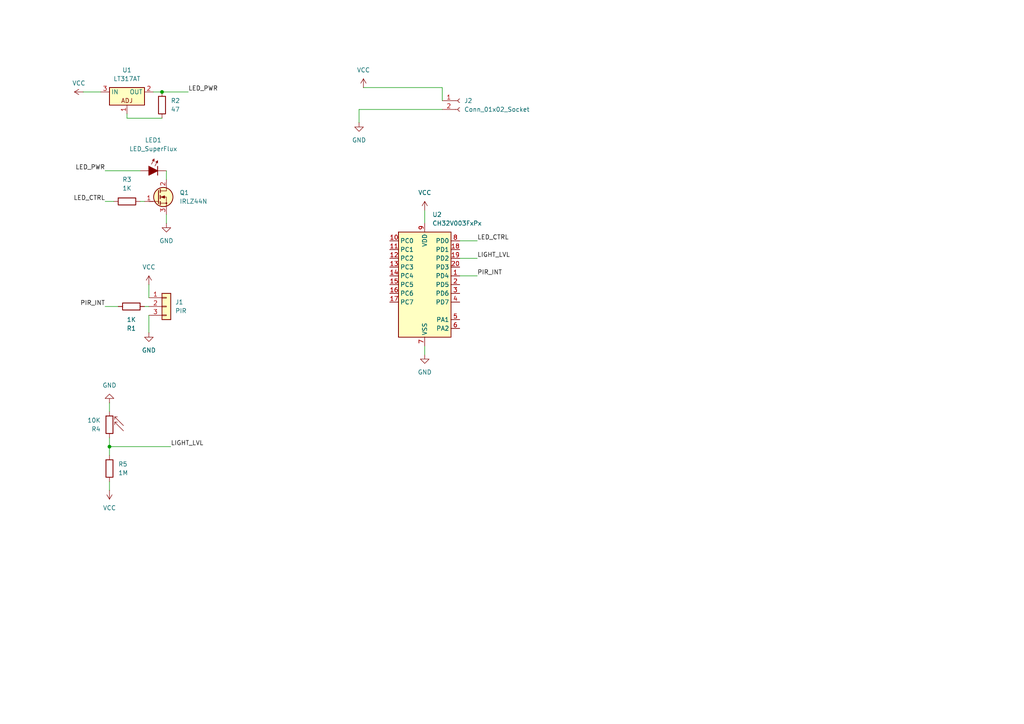
<source format=kicad_sch>
(kicad_sch
	(version 20231120)
	(generator "eeschema")
	(generator_version "8.0")
	(uuid "74a69775-1519-4ff8-af46-6218050bf2ab")
	(paper "A4")
	(lib_symbols
		(symbol "Connector:Conn_01x02_Socket"
			(pin_names
				(offset 1.016) hide)
			(exclude_from_sim no)
			(in_bom yes)
			(on_board yes)
			(property "Reference" "J"
				(at 0 2.54 0)
				(effects
					(font
						(size 1.27 1.27)
					)
				)
			)
			(property "Value" "Conn_01x02_Socket"
				(at 0 -5.08 0)
				(effects
					(font
						(size 1.27 1.27)
					)
				)
			)
			(property "Footprint" ""
				(at 0 0 0)
				(effects
					(font
						(size 1.27 1.27)
					)
					(hide yes)
				)
			)
			(property "Datasheet" "~"
				(at 0 0 0)
				(effects
					(font
						(size 1.27 1.27)
					)
					(hide yes)
				)
			)
			(property "Description" "Generic connector, single row, 01x02, script generated"
				(at 0 0 0)
				(effects
					(font
						(size 1.27 1.27)
					)
					(hide yes)
				)
			)
			(property "ki_locked" ""
				(at 0 0 0)
				(effects
					(font
						(size 1.27 1.27)
					)
				)
			)
			(property "ki_keywords" "connector"
				(at 0 0 0)
				(effects
					(font
						(size 1.27 1.27)
					)
					(hide yes)
				)
			)
			(property "ki_fp_filters" "Connector*:*_1x??_*"
				(at 0 0 0)
				(effects
					(font
						(size 1.27 1.27)
					)
					(hide yes)
				)
			)
			(symbol "Conn_01x02_Socket_1_1"
				(arc
					(start 0 -2.032)
					(mid -0.5058 -2.54)
					(end 0 -3.048)
					(stroke
						(width 0.1524)
						(type default)
					)
					(fill
						(type none)
					)
				)
				(polyline
					(pts
						(xy -1.27 -2.54) (xy -0.508 -2.54)
					)
					(stroke
						(width 0.1524)
						(type default)
					)
					(fill
						(type none)
					)
				)
				(polyline
					(pts
						(xy -1.27 0) (xy -0.508 0)
					)
					(stroke
						(width 0.1524)
						(type default)
					)
					(fill
						(type none)
					)
				)
				(arc
					(start 0 0.508)
					(mid -0.5058 0)
					(end 0 -0.508)
					(stroke
						(width 0.1524)
						(type default)
					)
					(fill
						(type none)
					)
				)
				(pin passive line
					(at -5.08 0 0)
					(length 3.81)
					(name "Pin_1"
						(effects
							(font
								(size 1.27 1.27)
							)
						)
					)
					(number "1"
						(effects
							(font
								(size 1.27 1.27)
							)
						)
					)
				)
				(pin passive line
					(at -5.08 -2.54 0)
					(length 3.81)
					(name "Pin_2"
						(effects
							(font
								(size 1.27 1.27)
							)
						)
					)
					(number "2"
						(effects
							(font
								(size 1.27 1.27)
							)
						)
					)
				)
			)
		)
		(symbol "Connector_Generic:Conn_01x03"
			(pin_names
				(offset 1.016) hide)
			(exclude_from_sim no)
			(in_bom yes)
			(on_board yes)
			(property "Reference" "J"
				(at 0 5.08 0)
				(effects
					(font
						(size 1.27 1.27)
					)
				)
			)
			(property "Value" "Conn_01x03"
				(at 0 -5.08 0)
				(effects
					(font
						(size 1.27 1.27)
					)
				)
			)
			(property "Footprint" ""
				(at 0 0 0)
				(effects
					(font
						(size 1.27 1.27)
					)
					(hide yes)
				)
			)
			(property "Datasheet" "~"
				(at 0 0 0)
				(effects
					(font
						(size 1.27 1.27)
					)
					(hide yes)
				)
			)
			(property "Description" "Generic connector, single row, 01x03, script generated (kicad-library-utils/schlib/autogen/connector/)"
				(at 0 0 0)
				(effects
					(font
						(size 1.27 1.27)
					)
					(hide yes)
				)
			)
			(property "ki_keywords" "connector"
				(at 0 0 0)
				(effects
					(font
						(size 1.27 1.27)
					)
					(hide yes)
				)
			)
			(property "ki_fp_filters" "Connector*:*_1x??_*"
				(at 0 0 0)
				(effects
					(font
						(size 1.27 1.27)
					)
					(hide yes)
				)
			)
			(symbol "Conn_01x03_1_1"
				(rectangle
					(start -1.27 -2.413)
					(end 0 -2.667)
					(stroke
						(width 0.1524)
						(type default)
					)
					(fill
						(type none)
					)
				)
				(rectangle
					(start -1.27 0.127)
					(end 0 -0.127)
					(stroke
						(width 0.1524)
						(type default)
					)
					(fill
						(type none)
					)
				)
				(rectangle
					(start -1.27 2.667)
					(end 0 2.413)
					(stroke
						(width 0.1524)
						(type default)
					)
					(fill
						(type none)
					)
				)
				(rectangle
					(start -1.27 3.81)
					(end 1.27 -3.81)
					(stroke
						(width 0.254)
						(type default)
					)
					(fill
						(type background)
					)
				)
				(pin passive line
					(at -5.08 2.54 0)
					(length 3.81)
					(name "Pin_1"
						(effects
							(font
								(size 1.27 1.27)
							)
						)
					)
					(number "1"
						(effects
							(font
								(size 1.27 1.27)
							)
						)
					)
				)
				(pin passive line
					(at -5.08 0 0)
					(length 3.81)
					(name "Pin_2"
						(effects
							(font
								(size 1.27 1.27)
							)
						)
					)
					(number "2"
						(effects
							(font
								(size 1.27 1.27)
							)
						)
					)
				)
				(pin passive line
					(at -5.08 -2.54 0)
					(length 3.81)
					(name "Pin_3"
						(effects
							(font
								(size 1.27 1.27)
							)
						)
					)
					(number "3"
						(effects
							(font
								(size 1.27 1.27)
							)
						)
					)
				)
			)
		)
		(symbol "Device:R_Photo"
			(pin_numbers hide)
			(pin_names
				(offset 0)
			)
			(exclude_from_sim no)
			(in_bom yes)
			(on_board yes)
			(property "Reference" "R"
				(at 1.27 1.27 0)
				(effects
					(font
						(size 1.27 1.27)
					)
					(justify left)
				)
			)
			(property "Value" "R_Photo"
				(at 1.27 0 0)
				(effects
					(font
						(size 1.27 1.27)
					)
					(justify left top)
				)
			)
			(property "Footprint" ""
				(at 1.27 -6.35 90)
				(effects
					(font
						(size 1.27 1.27)
					)
					(justify left)
					(hide yes)
				)
			)
			(property "Datasheet" "~"
				(at 0 -1.27 0)
				(effects
					(font
						(size 1.27 1.27)
					)
					(hide yes)
				)
			)
			(property "Description" "Photoresistor"
				(at 0 0 0)
				(effects
					(font
						(size 1.27 1.27)
					)
					(hide yes)
				)
			)
			(property "ki_keywords" "resistor variable light sensitive opto LDR"
				(at 0 0 0)
				(effects
					(font
						(size 1.27 1.27)
					)
					(hide yes)
				)
			)
			(property "ki_fp_filters" "*LDR* R?LDR*"
				(at 0 0 0)
				(effects
					(font
						(size 1.27 1.27)
					)
					(hide yes)
				)
			)
			(symbol "R_Photo_0_1"
				(rectangle
					(start -1.016 2.54)
					(end 1.016 -2.54)
					(stroke
						(width 0.254)
						(type default)
					)
					(fill
						(type none)
					)
				)
				(polyline
					(pts
						(xy -1.524 -2.286) (xy -4.064 0.254)
					)
					(stroke
						(width 0)
						(type default)
					)
					(fill
						(type none)
					)
				)
				(polyline
					(pts
						(xy -1.524 -2.286) (xy -2.286 -2.286)
					)
					(stroke
						(width 0)
						(type default)
					)
					(fill
						(type none)
					)
				)
				(polyline
					(pts
						(xy -1.524 -2.286) (xy -1.524 -1.524)
					)
					(stroke
						(width 0)
						(type default)
					)
					(fill
						(type none)
					)
				)
				(polyline
					(pts
						(xy -1.524 -0.762) (xy -4.064 1.778)
					)
					(stroke
						(width 0)
						(type default)
					)
					(fill
						(type none)
					)
				)
				(polyline
					(pts
						(xy -1.524 -0.762) (xy -2.286 -0.762)
					)
					(stroke
						(width 0)
						(type default)
					)
					(fill
						(type none)
					)
				)
				(polyline
					(pts
						(xy -1.524 -0.762) (xy -1.524 0)
					)
					(stroke
						(width 0)
						(type default)
					)
					(fill
						(type none)
					)
				)
			)
			(symbol "R_Photo_1_1"
				(pin passive line
					(at 0 3.81 270)
					(length 1.27)
					(name "~"
						(effects
							(font
								(size 1.27 1.27)
							)
						)
					)
					(number "1"
						(effects
							(font
								(size 1.27 1.27)
							)
						)
					)
				)
				(pin passive line
					(at 0 -3.81 90)
					(length 1.27)
					(name "~"
						(effects
							(font
								(size 1.27 1.27)
							)
						)
					)
					(number "2"
						(effects
							(font
								(size 1.27 1.27)
							)
						)
					)
				)
			)
		)
		(symbol "MCU_WCH_CH32V0:CH32V003FxPx"
			(exclude_from_sim no)
			(in_bom yes)
			(on_board yes)
			(property "Reference" "U"
				(at -7.62 17.78 0)
				(effects
					(font
						(size 1.27 1.27)
					)
				)
			)
			(property "Value" "CH32V003FxPx"
				(at 7.62 17.78 0)
				(effects
					(font
						(size 1.27 1.27)
					)
				)
			)
			(property "Footprint" "Package_SO:TSSOP-20_4.4x6.5mm_P0.65mm"
				(at -1.27 0 0)
				(effects
					(font
						(size 1.27 1.27)
					)
					(hide yes)
				)
			)
			(property "Datasheet" "https://www.wch-ic.com/products/CH32V003.html"
				(at -1.27 0 0)
				(effects
					(font
						(size 1.27 1.27)
					)
					(hide yes)
				)
			)
			(property "Description" "CH32V003 series are industrial-grade general-purpose microcontrollers designed based on 32-bit RISC-V instruction set and architecture. It adopts QingKe V2A core, RV32EC instruction set, and supports 2 levels of interrupt nesting. The series are mounted with rich peripheral interfaces and function modules. Its internal organizational structure meets the low-cost and low-power embedded application scenarios."
				(at 0 0 0)
				(effects
					(font
						(size 1.27 1.27)
					)
					(hide yes)
				)
			)
			(property "ki_keywords" "microcontroller wch RISC-V"
				(at 0 0 0)
				(effects
					(font
						(size 1.27 1.27)
					)
					(hide yes)
				)
			)
			(property "ki_fp_filters" "TSSOP*4.4x6.5mm*P0.65mm*"
				(at 0 0 0)
				(effects
					(font
						(size 1.27 1.27)
					)
					(hide yes)
				)
			)
			(symbol "CH32V003FxPx_1_1"
				(rectangle
					(start -7.62 15.24)
					(end 7.62 -15.24)
					(stroke
						(width 0.254)
						(type default)
					)
					(fill
						(type background)
					)
				)
				(pin bidirectional line
					(at 10.16 2.54 180)
					(length 2.54)
					(name "PD4"
						(effects
							(font
								(size 1.27 1.27)
							)
						)
					)
					(number "1"
						(effects
							(font
								(size 1.27 1.27)
							)
						)
					)
					(alternate "A7" bidirectional line)
					(alternate "OPO" bidirectional line)
					(alternate "T1CH4_3" bidirectional line)
					(alternate "T2CH1ETR" bidirectional line)
					(alternate "TIETR_2" bidirectional line)
					(alternate "UCK" bidirectional line)
				)
				(pin bidirectional line
					(at -10.16 12.7 0)
					(length 2.54)
					(name "PC0"
						(effects
							(font
								(size 1.27 1.27)
							)
						)
					)
					(number "10"
						(effects
							(font
								(size 1.27 1.27)
							)
						)
					)
					(alternate "NSS_1" bidirectional line)
					(alternate "T1CH3_1" bidirectional line)
					(alternate "T2CH3" bidirectional line)
					(alternate "T2CH3_2" bidirectional line)
					(alternate "UTX_3" bidirectional line)
				)
				(pin bidirectional line
					(at -10.16 10.16 0)
					(length 2.54)
					(name "PC1"
						(effects
							(font
								(size 1.27 1.27)
							)
						)
					)
					(number "11"
						(effects
							(font
								(size 1.27 1.27)
							)
						)
					)
					(alternate "NSS" bidirectional line)
					(alternate "SDA" bidirectional line)
					(alternate "T1BKIN_1" bidirectional line)
					(alternate "T1BKIN_3" bidirectional line)
					(alternate "T2CH1ETR_2" bidirectional line)
					(alternate "T2CH1ETR_3" bidirectional line)
					(alternate "T2CH4_1" bidirectional line)
					(alternate "URX_3" bidirectional line)
				)
				(pin bidirectional line
					(at -10.16 7.62 0)
					(length 2.54)
					(name "PC2"
						(effects
							(font
								(size 1.27 1.27)
							)
						)
					)
					(number "12"
						(effects
							(font
								(size 1.27 1.27)
							)
						)
					)
					(alternate "AETR_1" bidirectional line)
					(alternate "SCL" bidirectional line)
					(alternate "T1BKIN" bidirectional line)
					(alternate "T1BKIN_2" bidirectional line)
					(alternate "T1ETR_3" bidirectional line)
					(alternate "T2CH2_1" bidirectional line)
					(alternate "URTS" bidirectional line)
					(alternate "URTS_1" bidirectional line)
				)
				(pin bidirectional line
					(at -10.16 5.08 0)
					(length 2.54)
					(name "PC3"
						(effects
							(font
								(size 1.27 1.27)
							)
						)
					)
					(number "13"
						(effects
							(font
								(size 1.27 1.27)
							)
						)
					)
					(alternate "T1CH1N_1" bidirectional line)
					(alternate "T1CH1N_3" bidirectional line)
					(alternate "T1CH3" bidirectional line)
					(alternate "T1CH3_2" bidirectional line)
					(alternate "UCTS_1" bidirectional line)
				)
				(pin bidirectional line
					(at -10.16 2.54 0)
					(length 2.54)
					(name "PC4"
						(effects
							(font
								(size 1.27 1.27)
							)
						)
					)
					(number "14"
						(effects
							(font
								(size 1.27 1.27)
							)
						)
					)
					(alternate "A2" bidirectional line)
					(alternate "MCO" bidirectional line)
					(alternate "T1CH1_3" bidirectional line)
					(alternate "T1CH2N_1" bidirectional line)
					(alternate "T1CH4" bidirectional line)
					(alternate "T1CH4_2" bidirectional line)
				)
				(pin bidirectional line
					(at -10.16 0 0)
					(length 2.54)
					(name "PC5"
						(effects
							(font
								(size 1.27 1.27)
							)
						)
					)
					(number "15"
						(effects
							(font
								(size 1.27 1.27)
							)
						)
					)
					(alternate "SCK" bidirectional line)
					(alternate "SCK_1" bidirectional line)
					(alternate "SCL_2" bidirectional line)
					(alternate "SCL_3" bidirectional line)
					(alternate "T1CH3_3" bidirectional line)
					(alternate "T1ETR" bidirectional line)
					(alternate "T1ETR_1" bidirectional line)
					(alternate "T2CH1ETR_1" bidirectional line)
					(alternate "UCK_3" bidirectional line)
				)
				(pin bidirectional line
					(at -10.16 -2.54 0)
					(length 2.54)
					(name "PC6"
						(effects
							(font
								(size 1.27 1.27)
							)
						)
					)
					(number "16"
						(effects
							(font
								(size 1.27 1.27)
							)
						)
					)
					(alternate "MOSI" bidirectional line)
					(alternate "MOSI_1" bidirectional line)
					(alternate "SDA_2" bidirectional line)
					(alternate "SDA_3" bidirectional line)
					(alternate "T1CH1_1" bidirectional line)
					(alternate "T1CH3N_3" bidirectional line)
					(alternate "UCTS_2" bidirectional line)
					(alternate "UCTS_3" bidirectional line)
				)
				(pin bidirectional line
					(at -10.16 -5.08 0)
					(length 2.54)
					(name "PC7"
						(effects
							(font
								(size 1.27 1.27)
							)
						)
					)
					(number "17"
						(effects
							(font
								(size 1.27 1.27)
							)
						)
					)
					(alternate "MISO" bidirectional line)
					(alternate "MISO_1" bidirectional line)
					(alternate "T1CH2_1" bidirectional line)
					(alternate "T1CH2_3" bidirectional line)
					(alternate "T2CH2_3" bidirectional line)
					(alternate "URTS_2" bidirectional line)
					(alternate "URTS_3" bidirectional line)
				)
				(pin bidirectional line
					(at 10.16 10.16 180)
					(length 2.54)
					(name "PD1"
						(effects
							(font
								(size 1.27 1.27)
							)
						)
					)
					(number "18"
						(effects
							(font
								(size 1.27 1.27)
							)
						)
					)
					(alternate "AETR2" bidirectional line)
					(alternate "SCL_1" bidirectional line)
					(alternate "SWIO" bidirectional line)
					(alternate "T1CH3N" bidirectional line)
					(alternate "T1CH3N_1" bidirectional line)
					(alternate "T1CH3N_2" bidirectional line)
					(alternate "URX_1" bidirectional line)
				)
				(pin bidirectional line
					(at 10.16 7.62 180)
					(length 2.54)
					(name "PD2"
						(effects
							(font
								(size 1.27 1.27)
							)
						)
					)
					(number "19"
						(effects
							(font
								(size 1.27 1.27)
							)
						)
					)
					(alternate "A3" bidirectional line)
					(alternate "T1CH1" bidirectional line)
					(alternate "T1CH1_2" bidirectional line)
					(alternate "T1CH2N_3" bidirectional line)
					(alternate "T2CH3_1" bidirectional line)
				)
				(pin bidirectional line
					(at 10.16 0 180)
					(length 2.54)
					(name "PD5"
						(effects
							(font
								(size 1.27 1.27)
							)
						)
					)
					(number "2"
						(effects
							(font
								(size 1.27 1.27)
							)
						)
					)
					(alternate "A5" bidirectional line)
					(alternate "T2CH4_3" bidirectional line)
					(alternate "URX_2" bidirectional line)
					(alternate "UTX" bidirectional line)
				)
				(pin bidirectional line
					(at 10.16 5.08 180)
					(length 2.54)
					(name "PD3"
						(effects
							(font
								(size 1.27 1.27)
							)
						)
					)
					(number "20"
						(effects
							(font
								(size 1.27 1.27)
							)
						)
					)
					(alternate "A4" bidirectional line)
					(alternate "AETR" bidirectional line)
					(alternate "T1CH4_1" bidirectional line)
					(alternate "T2CH2" bidirectional line)
					(alternate "T2CH2_2" bidirectional line)
					(alternate "UCTS" bidirectional line)
				)
				(pin bidirectional line
					(at 10.16 -2.54 180)
					(length 2.54)
					(name "PD6"
						(effects
							(font
								(size 1.27 1.27)
							)
						)
					)
					(number "3"
						(effects
							(font
								(size 1.27 1.27)
							)
						)
					)
					(alternate "A6" bidirectional line)
					(alternate "T2CH3_3" bidirectional line)
					(alternate "URX" bidirectional line)
					(alternate "UTX_2" bidirectional line)
				)
				(pin bidirectional line
					(at 10.16 -5.08 180)
					(length 2.54)
					(name "PD7"
						(effects
							(font
								(size 1.27 1.27)
							)
						)
					)
					(number "4"
						(effects
							(font
								(size 1.27 1.27)
							)
						)
					)
					(alternate "NRST" bidirectional line)
					(alternate "OPP1" bidirectional line)
					(alternate "T2CH4" bidirectional line)
					(alternate "T2CH4_2" bidirectional line)
					(alternate "UCK_1" bidirectional line)
					(alternate "UCK_2" bidirectional line)
				)
				(pin bidirectional line
					(at 10.16 -10.16 180)
					(length 2.54)
					(name "PA1"
						(effects
							(font
								(size 1.27 1.27)
							)
						)
					)
					(number "5"
						(effects
							(font
								(size 1.27 1.27)
							)
						)
					)
					(alternate "A1" bidirectional line)
					(alternate "OPN0" bidirectional line)
					(alternate "OSCI" bidirectional line)
					(alternate "T1CH2" bidirectional line)
					(alternate "T1CH2_2" bidirectional line)
				)
				(pin bidirectional line
					(at 10.16 -12.7 180)
					(length 2.54)
					(name "PA2"
						(effects
							(font
								(size 1.27 1.27)
							)
						)
					)
					(number "6"
						(effects
							(font
								(size 1.27 1.27)
							)
						)
					)
					(alternate "A0" bidirectional line)
					(alternate "AETR2_1" bidirectional line)
					(alternate "OPP0" bidirectional line)
					(alternate "OSCO" bidirectional line)
					(alternate "TICH2N" bidirectional line)
					(alternate "TICH2N_2" bidirectional line)
				)
				(pin power_in line
					(at 0 -17.78 90)
					(length 2.54)
					(name "VSS"
						(effects
							(font
								(size 1.27 1.27)
							)
						)
					)
					(number "7"
						(effects
							(font
								(size 1.27 1.27)
							)
						)
					)
				)
				(pin bidirectional line
					(at 10.16 12.7 180)
					(length 2.54)
					(name "PD0"
						(effects
							(font
								(size 1.27 1.27)
							)
						)
					)
					(number "8"
						(effects
							(font
								(size 1.27 1.27)
							)
						)
					)
					(alternate "OPN1" bidirectional line)
					(alternate "SDA_1" bidirectional line)
					(alternate "TICH1N" bidirectional line)
					(alternate "TICH1N_2" bidirectional line)
					(alternate "UTX_1" bidirectional line)
				)
				(pin power_in line
					(at 0 17.78 270)
					(length 2.54)
					(name "VDD"
						(effects
							(font
								(size 1.27 1.27)
							)
						)
					)
					(number "9"
						(effects
							(font
								(size 1.27 1.27)
							)
						)
					)
				)
			)
		)
		(symbol "PCM_LED_AKL:LED_SuperFlux"
			(pin_numbers hide)
			(pin_names
				(offset 1.016) hide)
			(exclude_from_sim no)
			(in_bom yes)
			(on_board yes)
			(property "Reference" "LED"
				(at 0 7.62 0)
				(effects
					(font
						(size 1.27 1.27)
					)
				)
			)
			(property "Value" "LED_SuperFlux"
				(at 0 5.08 0)
				(effects
					(font
						(size 1.27 1.27)
					)
				)
			)
			(property "Footprint" "PCM_LED_THT_AKL:LED_SuperFlux"
				(at 0 0 0)
				(effects
					(font
						(size 1.27 1.27)
					)
					(hide yes)
				)
			)
			(property "Datasheet" "~"
				(at 0 0 0)
				(effects
					(font
						(size 1.27 1.27)
					)
					(hide yes)
				)
			)
			(property "Description" "LED, Generic Super Flux THT, Alternate KiCad Library"
				(at 0 0 0)
				(effects
					(font
						(size 1.27 1.27)
					)
					(hide yes)
				)
			)
			(property "ki_keywords" "LED diode super flux tht"
				(at 0 0 0)
				(effects
					(font
						(size 1.27 1.27)
					)
					(hide yes)
				)
			)
			(property "ki_fp_filters" "LED* LED_SMD:* LED_THT:*"
				(at 0 0 0)
				(effects
					(font
						(size 1.27 1.27)
					)
					(hide yes)
				)
			)
			(symbol "LED_SuperFlux_0_1"
				(polyline
					(pts
						(xy -0.508 1.905) (xy 0.254 3.429)
					)
					(stroke
						(width 0.1524)
						(type default)
					)
					(fill
						(type none)
					)
				)
				(polyline
					(pts
						(xy 0 2.921) (xy -0.254 3.048)
					)
					(stroke
						(width 0.1524)
						(type default)
					)
					(fill
						(type none)
					)
				)
				(polyline
					(pts
						(xy 0 2.921) (xy 0.254 2.794)
					)
					(stroke
						(width 0.1524)
						(type default)
					)
					(fill
						(type none)
					)
				)
				(polyline
					(pts
						(xy 0.508 1.397) (xy 1.27 2.921)
					)
					(stroke
						(width 0.1524)
						(type default)
					)
					(fill
						(type none)
					)
				)
				(polyline
					(pts
						(xy 1.016 2.413) (xy 0.762 2.54)
					)
					(stroke
						(width 0.1524)
						(type default)
					)
					(fill
						(type none)
					)
				)
				(polyline
					(pts
						(xy 1.016 2.413) (xy 1.27 2.286)
					)
					(stroke
						(width 0.1524)
						(type default)
					)
					(fill
						(type none)
					)
				)
				(polyline
					(pts
						(xy 1.27 0) (xy -1.27 0)
					)
					(stroke
						(width 0)
						(type default)
					)
					(fill
						(type none)
					)
				)
				(polyline
					(pts
						(xy 1.27 1.27) (xy 1.27 -1.27)
					)
					(stroke
						(width 0.254)
						(type default)
					)
					(fill
						(type none)
					)
				)
				(polyline
					(pts
						(xy -1.27 1.27) (xy -1.27 -1.27) (xy 1.27 0) (xy -1.27 1.27)
					)
					(stroke
						(width 0.254)
						(type default)
					)
					(fill
						(type outline)
					)
				)
				(polyline
					(pts
						(xy 0.254 2.794) (xy -0.254 3.048) (xy 0.254 3.429) (xy 0.254 2.794)
					)
					(stroke
						(width 0.1524)
						(type default)
					)
					(fill
						(type outline)
					)
				)
				(polyline
					(pts
						(xy 1.27 2.286) (xy 0.762 2.54) (xy 1.27 2.921) (xy 1.27 2.286)
					)
					(stroke
						(width 0.1524)
						(type default)
					)
					(fill
						(type outline)
					)
				)
			)
			(symbol "LED_SuperFlux_0_2"
				(polyline
					(pts
						(xy -2.54 -2.54) (xy 2.54 2.54)
					)
					(stroke
						(width 0)
						(type default)
					)
					(fill
						(type none)
					)
				)
				(polyline
					(pts
						(xy -1.651 0.889) (xy -2.159 2.413)
					)
					(stroke
						(width 0)
						(type default)
					)
					(fill
						(type none)
					)
				)
				(polyline
					(pts
						(xy -0.508 1.27) (xy -1.016 2.794)
					)
					(stroke
						(width 0)
						(type default)
					)
					(fill
						(type none)
					)
				)
				(polyline
					(pts
						(xy 0 1.778) (xy 1.778 0)
					)
					(stroke
						(width 0.254)
						(type default)
					)
					(fill
						(type none)
					)
				)
				(polyline
					(pts
						(xy -2.159 2.413) (xy -2.286 1.778) (xy -1.6764 1.9812) (xy -2.159 2.413)
					)
					(stroke
						(width 0)
						(type default)
					)
					(fill
						(type outline)
					)
				)
				(polyline
					(pts
						(xy -1.016 2.794) (xy -1.143 2.159) (xy -0.5334 2.3622) (xy -1.016 2.794)
					)
					(stroke
						(width 0)
						(type default)
					)
					(fill
						(type outline)
					)
				)
				(polyline
					(pts
						(xy -0.889 -0.889) (xy -1.778 0) (xy 0.889 0.889) (xy 0 -1.778) (xy -0.889 -0.889)
					)
					(stroke
						(width 0.254)
						(type default)
					)
					(fill
						(type outline)
					)
				)
			)
			(symbol "LED_SuperFlux_1_1"
				(pin passive line
					(at 3.81 0 180)
					(length 2.54)
					(name "K"
						(effects
							(font
								(size 1.27 1.27)
							)
						)
					)
					(number "1"
						(effects
							(font
								(size 1.27 1.27)
							)
						)
					)
				)
				(pin passive line
					(at -3.81 0 0)
					(length 2.54)
					(name "A"
						(effects
							(font
								(size 1.27 1.27)
							)
						)
					)
					(number "2"
						(effects
							(font
								(size 1.27 1.27)
							)
						)
					)
				)
			)
			(symbol "LED_SuperFlux_1_2"
				(pin passive line
					(at 2.54 2.54 180)
					(length 0)
					(name "K"
						(effects
							(font
								(size 1.27 1.27)
							)
						)
					)
					(number "1"
						(effects
							(font
								(size 1.27 1.27)
							)
						)
					)
				)
				(pin passive line
					(at -2.54 -2.54 0)
					(length 0)
					(name "A"
						(effects
							(font
								(size 1.27 1.27)
							)
						)
					)
					(number "2"
						(effects
							(font
								(size 1.27 1.27)
							)
						)
					)
				)
			)
		)
		(symbol "PCM_Resistor_AKL:R_DIN0207_P2.54mm"
			(pin_numbers hide)
			(pin_names
				(offset 0)
			)
			(exclude_from_sim no)
			(in_bom yes)
			(on_board yes)
			(property "Reference" "R"
				(at 2.54 1.27 0)
				(effects
					(font
						(size 1.27 1.27)
					)
					(justify left)
				)
			)
			(property "Value" "R_DIN0207_P2.54mm"
				(at 2.54 -1.27 0)
				(effects
					(font
						(size 1.27 1.27)
					)
					(justify left)
				)
			)
			(property "Footprint" "PCM_Resistor_THT_AKL:R_Axial_DIN0207_L6.3mm_D2.5mm_P2.54mm_Vertical"
				(at 0 -11.43 0)
				(effects
					(font
						(size 1.27 1.27)
					)
					(hide yes)
				)
			)
			(property "Datasheet" "~"
				(at 0 0 0)
				(effects
					(font
						(size 1.27 1.27)
					)
					(hide yes)
				)
			)
			(property "Description" "THT 0207 Resistor, 2.54mm Pin Pitch, European Symbol, Alternate KiCad Library"
				(at 0 0 0)
				(effects
					(font
						(size 1.27 1.27)
					)
					(hide yes)
				)
			)
			(property "ki_keywords" "R res resistor eu tht 2.54mm 0207"
				(at 0 0 0)
				(effects
					(font
						(size 1.27 1.27)
					)
					(hide yes)
				)
			)
			(property "ki_fp_filters" "R_*"
				(at 0 0 0)
				(effects
					(font
						(size 1.27 1.27)
					)
					(hide yes)
				)
			)
			(symbol "R_DIN0207_P2.54mm_0_1"
				(rectangle
					(start -1.016 2.54)
					(end 1.016 -2.54)
					(stroke
						(width 0.254)
						(type default)
					)
					(fill
						(type none)
					)
				)
			)
			(symbol "R_DIN0207_P2.54mm_0_2"
				(polyline
					(pts
						(xy -2.54 -2.54) (xy -1.524 -1.524)
					)
					(stroke
						(width 0)
						(type default)
					)
					(fill
						(type none)
					)
				)
				(polyline
					(pts
						(xy 1.524 1.524) (xy 2.54 2.54)
					)
					(stroke
						(width 0)
						(type default)
					)
					(fill
						(type none)
					)
				)
				(polyline
					(pts
						(xy 1.524 1.524) (xy 0.889 2.159) (xy -2.159 -0.889) (xy -0.889 -2.159) (xy 2.159 0.889) (xy 1.524 1.524)
					)
					(stroke
						(width 0.254)
						(type default)
					)
					(fill
						(type none)
					)
				)
			)
			(symbol "R_DIN0207_P2.54mm_1_1"
				(pin passive line
					(at 0 3.81 270)
					(length 1.27)
					(name "~"
						(effects
							(font
								(size 1.27 1.27)
							)
						)
					)
					(number "1"
						(effects
							(font
								(size 1.27 1.27)
							)
						)
					)
				)
				(pin passive line
					(at 0 -3.81 90)
					(length 1.27)
					(name "~"
						(effects
							(font
								(size 1.27 1.27)
							)
						)
					)
					(number "2"
						(effects
							(font
								(size 1.27 1.27)
							)
						)
					)
				)
			)
			(symbol "R_DIN0207_P2.54mm_1_2"
				(pin passive line
					(at 2.54 2.54 180)
					(length 0)
					(name ""
						(effects
							(font
								(size 1.27 1.27)
							)
						)
					)
					(number "1"
						(effects
							(font
								(size 1.27 1.27)
							)
						)
					)
				)
				(pin passive line
					(at -2.54 -2.54 0)
					(length 0)
					(name ""
						(effects
							(font
								(size 1.27 1.27)
							)
						)
					)
					(number "2"
						(effects
							(font
								(size 1.27 1.27)
							)
						)
					)
				)
			)
		)
		(symbol "PCM_Transistor_MOSFET_AKL:IRLZ44N"
			(pin_names hide)
			(exclude_from_sim no)
			(in_bom yes)
			(on_board yes)
			(property "Reference" "Q"
				(at 5.08 1.27 0)
				(effects
					(font
						(size 1.27 1.27)
					)
					(justify left)
				)
			)
			(property "Value" "IRLZ44N"
				(at 5.08 -1.27 0)
				(effects
					(font
						(size 1.27 1.27)
					)
					(justify left)
				)
			)
			(property "Footprint" "PCM_Package_TO_SOT_THT_AKL:TO-220-3_Vertical_GDS"
				(at 5.08 2.54 0)
				(effects
					(font
						(size 1.27 1.27)
					)
					(hide yes)
				)
			)
			(property "Datasheet" "https://www.tme.eu/Document/71cf1899624764088671ce6de5d15eb4/irlz44n.pdf"
				(at 0 0 0)
				(effects
					(font
						(size 1.27 1.27)
					)
					(hide yes)
				)
			)
			(property "Description" "TO-220 N-MOSFET enchancement mode transistor, 55V, 47A, 110W, Alternate KiCAD Library"
				(at 0 0 0)
				(effects
					(font
						(size 1.27 1.27)
					)
					(hide yes)
				)
			)
			(property "ki_keywords" "enchancement mosfet nmosfet n-mosfet nmos n-mos emos emosfet IRLZ44N"
				(at 0 0 0)
				(effects
					(font
						(size 1.27 1.27)
					)
					(hide yes)
				)
			)
			(symbol "IRLZ44N_0_1"
				(polyline
					(pts
						(xy 0.254 -1.27) (xy -2.54 -1.27)
					)
					(stroke
						(width 0)
						(type default)
					)
					(fill
						(type none)
					)
				)
				(polyline
					(pts
						(xy 0.254 1.905) (xy 0.254 -1.905)
					)
					(stroke
						(width 0.254)
						(type default)
					)
					(fill
						(type none)
					)
				)
				(polyline
					(pts
						(xy 0.762 -1.778) (xy 2.54 -1.778)
					)
					(stroke
						(width 0)
						(type default)
					)
					(fill
						(type none)
					)
				)
				(polyline
					(pts
						(xy 0.762 -1.27) (xy 0.762 -2.286)
					)
					(stroke
						(width 0.254)
						(type default)
					)
					(fill
						(type none)
					)
				)
				(polyline
					(pts
						(xy 0.762 0.508) (xy 0.762 -0.508)
					)
					(stroke
						(width 0.254)
						(type default)
					)
					(fill
						(type none)
					)
				)
				(polyline
					(pts
						(xy 0.762 2.286) (xy 0.762 1.27)
					)
					(stroke
						(width 0.254)
						(type default)
					)
					(fill
						(type none)
					)
				)
				(polyline
					(pts
						(xy 2.54 1.778) (xy 0.762 1.778)
					)
					(stroke
						(width 0)
						(type default)
					)
					(fill
						(type none)
					)
				)
				(polyline
					(pts
						(xy 2.54 2.54) (xy 2.54 1.778)
					)
					(stroke
						(width 0)
						(type default)
					)
					(fill
						(type none)
					)
				)
				(polyline
					(pts
						(xy 2.54 -2.54) (xy 2.54 0) (xy 0.762 0)
					)
					(stroke
						(width 0)
						(type default)
					)
					(fill
						(type none)
					)
				)
				(polyline
					(pts
						(xy 1.016 0) (xy 2.032 0.381) (xy 2.032 -0.381) (xy 1.016 0)
					)
					(stroke
						(width 0)
						(type default)
					)
					(fill
						(type outline)
					)
				)
				(circle
					(center 1.651 0)
					(radius 2.794)
					(stroke
						(width 0.254)
						(type default)
					)
					(fill
						(type background)
					)
				)
				(circle
					(center 2.54 -1.778)
					(radius 0.1778)
					(stroke
						(width 0)
						(type default)
					)
					(fill
						(type outline)
					)
				)
			)
			(symbol "IRLZ44N_1_1"
				(pin input line
					(at -3.81 -1.27 0)
					(length 2.54)
					(name "G"
						(effects
							(font
								(size 1.27 1.27)
							)
						)
					)
					(number "1"
						(effects
							(font
								(size 1.27 1.27)
							)
						)
					)
				)
				(pin passive line
					(at 2.54 5.08 270)
					(length 2.54)
					(name "D"
						(effects
							(font
								(size 1.27 1.27)
							)
						)
					)
					(number "2"
						(effects
							(font
								(size 1.27 1.27)
							)
						)
					)
				)
				(pin passive line
					(at 2.54 -5.08 90)
					(length 2.54)
					(name "S"
						(effects
							(font
								(size 1.27 1.27)
							)
						)
					)
					(number "3"
						(effects
							(font
								(size 1.27 1.27)
							)
						)
					)
				)
			)
		)
		(symbol "PCM_Voltage_Regulator_AKL:LT317AT"
			(exclude_from_sim no)
			(in_bom yes)
			(on_board yes)
			(property "Reference" "U"
				(at 0 6.35 0)
				(effects
					(font
						(size 1.27 1.27)
					)
				)
			)
			(property "Value" "LT317AT"
				(at 0 3.81 0)
				(effects
					(font
						(size 1.27 1.27)
					)
				)
			)
			(property "Footprint" "PCM_Package_TO_SOT_THT_AKL:TO-220-3_Vertical"
				(at 0 0 0)
				(effects
					(font
						(size 1.27 1.27)
					)
					(hide yes)
				)
			)
			(property "Datasheet" "https://www.analog.com/media/en/technical-documentation/data-sheets/lt0117.pdf"
				(at 0 0 0)
				(effects
					(font
						(size 1.27 1.27)
					)
					(hide yes)
				)
			)
			(property "Description" "TO-220 1.5A Adjustable Voltage Regulator, Alternate KiCad Library"
				(at 0 0 0)
				(effects
					(font
						(size 1.27 1.27)
					)
					(hide yes)
				)
			)
			(property "ki_keywords" "1.5A adjustable voltage regulator vreg pmic power supply 3-terminal"
				(at 0 0 0)
				(effects
					(font
						(size 1.27 1.27)
					)
					(hide yes)
				)
			)
			(symbol "LT317AT_0_0"
				(rectangle
					(start -5.08 1.27)
					(end 5.08 -3.81)
					(stroke
						(width 0.254)
						(type default)
					)
					(fill
						(type background)
					)
				)
				(text "ADJ"
					(at 0 -2.54 0)
					(effects
						(font
							(size 1.27 1.27)
						)
					)
				)
			)
			(symbol "LT317AT_1_1"
				(pin passive line
					(at 0 -6.35 90)
					(length 2.54)
					(name "~"
						(effects
							(font
								(size 1.27 1.27)
							)
						)
					)
					(number "1"
						(effects
							(font
								(size 1.27 1.27)
							)
						)
					)
				)
				(pin power_out line
					(at 7.62 0 180)
					(length 2.54)
					(name "OUT"
						(effects
							(font
								(size 1.27 1.27)
							)
						)
					)
					(number "2"
						(effects
							(font
								(size 1.27 1.27)
							)
						)
					)
				)
				(pin power_in line
					(at -7.62 0 0)
					(length 2.54)
					(name "IN"
						(effects
							(font
								(size 1.27 1.27)
							)
						)
					)
					(number "3"
						(effects
							(font
								(size 1.27 1.27)
							)
						)
					)
				)
			)
		)
		(symbol "power:GND"
			(power)
			(pin_numbers hide)
			(pin_names
				(offset 0) hide)
			(exclude_from_sim no)
			(in_bom yes)
			(on_board yes)
			(property "Reference" "#PWR"
				(at 0 -6.35 0)
				(effects
					(font
						(size 1.27 1.27)
					)
					(hide yes)
				)
			)
			(property "Value" "GND"
				(at 0 -3.81 0)
				(effects
					(font
						(size 1.27 1.27)
					)
				)
			)
			(property "Footprint" ""
				(at 0 0 0)
				(effects
					(font
						(size 1.27 1.27)
					)
					(hide yes)
				)
			)
			(property "Datasheet" ""
				(at 0 0 0)
				(effects
					(font
						(size 1.27 1.27)
					)
					(hide yes)
				)
			)
			(property "Description" "Power symbol creates a global label with name \"GND\" , ground"
				(at 0 0 0)
				(effects
					(font
						(size 1.27 1.27)
					)
					(hide yes)
				)
			)
			(property "ki_keywords" "global power"
				(at 0 0 0)
				(effects
					(font
						(size 1.27 1.27)
					)
					(hide yes)
				)
			)
			(symbol "GND_0_1"
				(polyline
					(pts
						(xy 0 0) (xy 0 -1.27) (xy 1.27 -1.27) (xy 0 -2.54) (xy -1.27 -1.27) (xy 0 -1.27)
					)
					(stroke
						(width 0)
						(type default)
					)
					(fill
						(type none)
					)
				)
			)
			(symbol "GND_1_1"
				(pin power_in line
					(at 0 0 270)
					(length 0)
					(name "~"
						(effects
							(font
								(size 1.27 1.27)
							)
						)
					)
					(number "1"
						(effects
							(font
								(size 1.27 1.27)
							)
						)
					)
				)
			)
		)
		(symbol "power:VCC"
			(power)
			(pin_numbers hide)
			(pin_names
				(offset 0) hide)
			(exclude_from_sim no)
			(in_bom yes)
			(on_board yes)
			(property "Reference" "#PWR"
				(at 0 -3.81 0)
				(effects
					(font
						(size 1.27 1.27)
					)
					(hide yes)
				)
			)
			(property "Value" "VCC"
				(at 0 3.556 0)
				(effects
					(font
						(size 1.27 1.27)
					)
				)
			)
			(property "Footprint" ""
				(at 0 0 0)
				(effects
					(font
						(size 1.27 1.27)
					)
					(hide yes)
				)
			)
			(property "Datasheet" ""
				(at 0 0 0)
				(effects
					(font
						(size 1.27 1.27)
					)
					(hide yes)
				)
			)
			(property "Description" "Power symbol creates a global label with name \"VCC\""
				(at 0 0 0)
				(effects
					(font
						(size 1.27 1.27)
					)
					(hide yes)
				)
			)
			(property "ki_keywords" "global power"
				(at 0 0 0)
				(effects
					(font
						(size 1.27 1.27)
					)
					(hide yes)
				)
			)
			(symbol "VCC_0_1"
				(polyline
					(pts
						(xy -0.762 1.27) (xy 0 2.54)
					)
					(stroke
						(width 0)
						(type default)
					)
					(fill
						(type none)
					)
				)
				(polyline
					(pts
						(xy 0 0) (xy 0 2.54)
					)
					(stroke
						(width 0)
						(type default)
					)
					(fill
						(type none)
					)
				)
				(polyline
					(pts
						(xy 0 2.54) (xy 0.762 1.27)
					)
					(stroke
						(width 0)
						(type default)
					)
					(fill
						(type none)
					)
				)
			)
			(symbol "VCC_1_1"
				(pin power_in line
					(at 0 0 90)
					(length 0)
					(name "~"
						(effects
							(font
								(size 1.27 1.27)
							)
						)
					)
					(number "1"
						(effects
							(font
								(size 1.27 1.27)
							)
						)
					)
				)
			)
		)
	)
	(junction
		(at 46.99 26.67)
		(diameter 0)
		(color 0 0 0 0)
		(uuid "13b66908-71ff-4ed5-bc83-c2b9206682ec")
	)
	(junction
		(at 31.75 129.54)
		(diameter 0)
		(color 0 0 0 0)
		(uuid "74c97d2a-9750-4140-8334-9a826ec24556")
	)
	(wire
		(pts
			(xy 33.02 58.42) (xy 30.48 58.42)
		)
		(stroke
			(width 0)
			(type default)
		)
		(uuid "0703cef7-df9a-436c-9152-79845c08ca31")
	)
	(wire
		(pts
			(xy 128.27 31.75) (xy 104.14 31.75)
		)
		(stroke
			(width 0)
			(type default)
		)
		(uuid "0b678ad4-ea07-468d-bb89-f206fe0ead00")
	)
	(wire
		(pts
			(xy 30.48 49.53) (xy 40.64 49.53)
		)
		(stroke
			(width 0)
			(type default)
		)
		(uuid "16204c3e-6e5b-4eee-a51c-1ec7b5a03b4f")
	)
	(wire
		(pts
			(xy 24.13 26.67) (xy 29.21 26.67)
		)
		(stroke
			(width 0)
			(type default)
		)
		(uuid "16b6f3db-3bf5-42c8-a8a7-ebed697f92be")
	)
	(wire
		(pts
			(xy 123.19 60.96) (xy 123.19 64.77)
		)
		(stroke
			(width 0)
			(type default)
		)
		(uuid "24f131e4-d8d2-4b06-ade9-d7c5db2fa6cf")
	)
	(wire
		(pts
			(xy 44.45 26.67) (xy 46.99 26.67)
		)
		(stroke
			(width 0)
			(type default)
		)
		(uuid "290c970c-e641-413d-84c7-19da29f44a57")
	)
	(wire
		(pts
			(xy 105.41 25.4) (xy 128.27 25.4)
		)
		(stroke
			(width 0)
			(type default)
		)
		(uuid "29d4fdd8-48d1-4d6f-8df9-956cd2ca7f0d")
	)
	(wire
		(pts
			(xy 104.14 31.75) (xy 104.14 35.56)
		)
		(stroke
			(width 0)
			(type default)
		)
		(uuid "29d90a5b-72dd-43c3-96cd-c4c12aba3761")
	)
	(wire
		(pts
			(xy 43.18 82.55) (xy 43.18 86.36)
		)
		(stroke
			(width 0)
			(type default)
		)
		(uuid "2a962a12-f834-42fc-8125-279736dded05")
	)
	(wire
		(pts
			(xy 31.75 139.7) (xy 31.75 142.24)
		)
		(stroke
			(width 0)
			(type default)
		)
		(uuid "2c54403f-df32-4608-85b7-127ca125cbec")
	)
	(wire
		(pts
			(xy 31.75 129.54) (xy 31.75 127)
		)
		(stroke
			(width 0)
			(type default)
		)
		(uuid "380cc6b6-b584-4ead-ac28-d064c23db674")
	)
	(wire
		(pts
			(xy 128.27 25.4) (xy 128.27 29.21)
		)
		(stroke
			(width 0)
			(type default)
		)
		(uuid "556a89a5-ff68-4709-a5cb-d40634a303f9")
	)
	(wire
		(pts
			(xy 48.26 64.77) (xy 48.26 62.23)
		)
		(stroke
			(width 0)
			(type default)
		)
		(uuid "66cc02d6-32f9-413c-a051-acada13a4d53")
	)
	(wire
		(pts
			(xy 46.99 26.67) (xy 54.61 26.67)
		)
		(stroke
			(width 0)
			(type default)
		)
		(uuid "68eaed41-10f0-4387-a376-199dcf6e4478")
	)
	(wire
		(pts
			(xy 133.35 69.85) (xy 138.43 69.85)
		)
		(stroke
			(width 0)
			(type default)
		)
		(uuid "71bb3e4c-ed08-40e3-bfcc-9d8bbcc4c1a2")
	)
	(wire
		(pts
			(xy 34.29 88.9) (xy 30.48 88.9)
		)
		(stroke
			(width 0)
			(type default)
		)
		(uuid "73742390-012e-4223-8d5f-99d7d0df5c17")
	)
	(wire
		(pts
			(xy 48.26 49.53) (xy 48.26 52.07)
		)
		(stroke
			(width 0)
			(type default)
		)
		(uuid "7cee000f-dba6-41a8-832f-5ec7938778fb")
	)
	(wire
		(pts
			(xy 133.35 74.93) (xy 138.43 74.93)
		)
		(stroke
			(width 0)
			(type default)
		)
		(uuid "9884792e-d24b-4a2b-afad-fd42d77eeef1")
	)
	(wire
		(pts
			(xy 36.83 34.29) (xy 36.83 33.02)
		)
		(stroke
			(width 0)
			(type default)
		)
		(uuid "99634f26-b690-4c95-97f3-6943e8cb557c")
	)
	(wire
		(pts
			(xy 31.75 119.38) (xy 31.75 116.84)
		)
		(stroke
			(width 0)
			(type default)
		)
		(uuid "a7c2ee1e-5e8e-4f53-9690-fe4dc198da3d")
	)
	(wire
		(pts
			(xy 40.64 58.42) (xy 41.91 58.42)
		)
		(stroke
			(width 0)
			(type default)
		)
		(uuid "b4dc66d6-6b5a-43ee-abd3-484d3b471035")
	)
	(wire
		(pts
			(xy 43.18 91.44) (xy 43.18 96.52)
		)
		(stroke
			(width 0)
			(type default)
		)
		(uuid "c0b5de77-f1d7-464d-9a84-ccec3814904d")
	)
	(wire
		(pts
			(xy 43.18 88.9) (xy 41.91 88.9)
		)
		(stroke
			(width 0)
			(type default)
		)
		(uuid "c0d38b8f-4051-4786-a005-07ae5cc2a2e7")
	)
	(wire
		(pts
			(xy 49.53 129.54) (xy 31.75 129.54)
		)
		(stroke
			(width 0)
			(type default)
		)
		(uuid "c17265b1-133d-451d-921b-a6b7bcc96670")
	)
	(wire
		(pts
			(xy 133.35 80.01) (xy 138.43 80.01)
		)
		(stroke
			(width 0)
			(type default)
		)
		(uuid "c68c696e-b44f-4763-b575-cea5ece8e250")
	)
	(wire
		(pts
			(xy 31.75 129.54) (xy 31.75 132.08)
		)
		(stroke
			(width 0)
			(type default)
		)
		(uuid "e01b3476-44bb-4b2a-9d04-9b3614109301")
	)
	(wire
		(pts
			(xy 46.99 34.29) (xy 36.83 34.29)
		)
		(stroke
			(width 0)
			(type default)
		)
		(uuid "e5267e76-1780-4b7c-8f29-eab862689775")
	)
	(wire
		(pts
			(xy 123.19 100.33) (xy 123.19 102.87)
		)
		(stroke
			(width 0)
			(type default)
		)
		(uuid "fb6ae21c-b2e8-4d56-a1bb-75f379a5c6c7")
	)
	(label "PIR_INT"
		(at 30.48 88.9 180)
		(fields_autoplaced yes)
		(effects
			(font
				(size 1.27 1.27)
			)
			(justify right bottom)
		)
		(uuid "02d0cc4e-1cb0-4f81-a4f3-3d3dad6df9c8")
	)
	(label "LED_CTRL"
		(at 30.48 58.42 180)
		(fields_autoplaced yes)
		(effects
			(font
				(size 1.27 1.27)
			)
			(justify right bottom)
		)
		(uuid "039857d2-5a53-41a7-894c-15524c0a281e")
	)
	(label "LED_PWR"
		(at 54.61 26.67 0)
		(fields_autoplaced yes)
		(effects
			(font
				(size 1.27 1.27)
			)
			(justify left bottom)
		)
		(uuid "070959d2-c397-492d-87ba-bcd814044adb")
	)
	(label "LIGHT_LVL"
		(at 138.43 74.93 0)
		(fields_autoplaced yes)
		(effects
			(font
				(size 1.27 1.27)
			)
			(justify left bottom)
		)
		(uuid "67a6d5cf-558e-4ce2-9c79-21f4b66a98ec")
	)
	(label "PIR_INT"
		(at 138.43 80.01 0)
		(fields_autoplaced yes)
		(effects
			(font
				(size 1.27 1.27)
			)
			(justify left bottom)
		)
		(uuid "9b8ee7d9-5509-4118-bebd-3feec3206e7d")
	)
	(label "LED_CTRL"
		(at 138.43 69.85 0)
		(fields_autoplaced yes)
		(effects
			(font
				(size 1.27 1.27)
			)
			(justify left bottom)
		)
		(uuid "a23ce191-d631-4472-9344-3d465f53b787")
	)
	(label "LIGHT_LVL"
		(at 49.53 129.54 0)
		(fields_autoplaced yes)
		(effects
			(font
				(size 1.27 1.27)
			)
			(justify left bottom)
		)
		(uuid "e051ada5-1df7-49d6-b222-13e36ca8cbdf")
	)
	(label "LED_PWR"
		(at 30.48 49.53 180)
		(fields_autoplaced yes)
		(effects
			(font
				(size 1.27 1.27)
			)
			(justify right bottom)
		)
		(uuid "f31074e4-1925-413b-b058-b95417c35740")
	)
	(symbol
		(lib_id "power:GND")
		(at 48.26 64.77 0)
		(unit 1)
		(exclude_from_sim no)
		(in_bom yes)
		(on_board yes)
		(dnp no)
		(fields_autoplaced yes)
		(uuid "004f4d83-a71d-4572-8ade-0345f0714d62")
		(property "Reference" "#PWR01"
			(at 48.26 71.12 0)
			(effects
				(font
					(size 1.27 1.27)
				)
				(hide yes)
			)
		)
		(property "Value" "GND"
			(at 48.26 69.85 0)
			(effects
				(font
					(size 1.27 1.27)
				)
			)
		)
		(property "Footprint" ""
			(at 48.26 64.77 0)
			(effects
				(font
					(size 1.27 1.27)
				)
				(hide yes)
			)
		)
		(property "Datasheet" ""
			(at 48.26 64.77 0)
			(effects
				(font
					(size 1.27 1.27)
				)
				(hide yes)
			)
		)
		(property "Description" "Power symbol creates a global label with name \"GND\" , ground"
			(at 48.26 64.77 0)
			(effects
				(font
					(size 1.27 1.27)
				)
				(hide yes)
			)
		)
		(pin "1"
			(uuid "1a35def0-a0ac-46da-870d-1b1dfc71c65e")
		)
		(instances
			(project ""
				(path "/74a69775-1519-4ff8-af46-6218050bf2ab"
					(reference "#PWR01")
					(unit 1)
				)
			)
		)
	)
	(symbol
		(lib_id "power:VCC")
		(at 123.19 60.96 0)
		(unit 1)
		(exclude_from_sim no)
		(in_bom yes)
		(on_board yes)
		(dnp no)
		(uuid "16975c38-ab2d-42a0-82e9-570a7a54ae36")
		(property "Reference" "#PWR05"
			(at 123.19 64.77 0)
			(effects
				(font
					(size 1.27 1.27)
				)
				(hide yes)
			)
		)
		(property "Value" "VCC"
			(at 123.19 55.88 0)
			(effects
				(font
					(size 1.27 1.27)
				)
			)
		)
		(property "Footprint" ""
			(at 123.19 60.96 0)
			(effects
				(font
					(size 1.27 1.27)
				)
				(hide yes)
			)
		)
		(property "Datasheet" ""
			(at 123.19 60.96 0)
			(effects
				(font
					(size 1.27 1.27)
				)
				(hide yes)
			)
		)
		(property "Description" "Power symbol creates a global label with name \"VCC\""
			(at 123.19 60.96 0)
			(effects
				(font
					(size 1.27 1.27)
				)
				(hide yes)
			)
		)
		(pin "1"
			(uuid "e8dabde3-0d8f-4105-a339-ed2b344010df")
		)
		(instances
			(project "wc-led"
				(path "/74a69775-1519-4ff8-af46-6218050bf2ab"
					(reference "#PWR05")
					(unit 1)
				)
			)
		)
	)
	(symbol
		(lib_id "power:GND")
		(at 43.18 96.52 0)
		(unit 1)
		(exclude_from_sim no)
		(in_bom yes)
		(on_board yes)
		(dnp no)
		(fields_autoplaced yes)
		(uuid "252a4f93-9259-40ed-afe6-eb51b3d3a6b7")
		(property "Reference" "#PWR04"
			(at 43.18 102.87 0)
			(effects
				(font
					(size 1.27 1.27)
				)
				(hide yes)
			)
		)
		(property "Value" "GND"
			(at 43.18 101.6 0)
			(effects
				(font
					(size 1.27 1.27)
				)
			)
		)
		(property "Footprint" ""
			(at 43.18 96.52 0)
			(effects
				(font
					(size 1.27 1.27)
				)
				(hide yes)
			)
		)
		(property "Datasheet" ""
			(at 43.18 96.52 0)
			(effects
				(font
					(size 1.27 1.27)
				)
				(hide yes)
			)
		)
		(property "Description" "Power symbol creates a global label with name \"GND\" , ground"
			(at 43.18 96.52 0)
			(effects
				(font
					(size 1.27 1.27)
				)
				(hide yes)
			)
		)
		(pin "1"
			(uuid "47d902a8-4788-4ee0-bbb8-b38769b60345")
		)
		(instances
			(project "wc-led"
				(path "/74a69775-1519-4ff8-af46-6218050bf2ab"
					(reference "#PWR04")
					(unit 1)
				)
			)
		)
	)
	(symbol
		(lib_id "power:GND")
		(at 31.75 116.84 180)
		(unit 1)
		(exclude_from_sim no)
		(in_bom yes)
		(on_board yes)
		(dnp no)
		(fields_autoplaced yes)
		(uuid "2ad91193-1112-4d52-912d-752d05400f9d")
		(property "Reference" "#PWR08"
			(at 31.75 110.49 0)
			(effects
				(font
					(size 1.27 1.27)
				)
				(hide yes)
			)
		)
		(property "Value" "GND"
			(at 31.75 111.76 0)
			(effects
				(font
					(size 1.27 1.27)
				)
			)
		)
		(property "Footprint" ""
			(at 31.75 116.84 0)
			(effects
				(font
					(size 1.27 1.27)
				)
				(hide yes)
			)
		)
		(property "Datasheet" ""
			(at 31.75 116.84 0)
			(effects
				(font
					(size 1.27 1.27)
				)
				(hide yes)
			)
		)
		(property "Description" "Power symbol creates a global label with name \"GND\" , ground"
			(at 31.75 116.84 0)
			(effects
				(font
					(size 1.27 1.27)
				)
				(hide yes)
			)
		)
		(pin "1"
			(uuid "c33758f2-c008-4fc9-9282-63a16f8939fc")
		)
		(instances
			(project "wc-led"
				(path "/74a69775-1519-4ff8-af46-6218050bf2ab"
					(reference "#PWR08")
					(unit 1)
				)
			)
		)
	)
	(symbol
		(lib_id "PCM_Resistor_AKL:R_DIN0207_P2.54mm")
		(at 38.1 88.9 270)
		(unit 1)
		(exclude_from_sim no)
		(in_bom yes)
		(on_board yes)
		(dnp no)
		(fields_autoplaced yes)
		(uuid "323d4c6a-5713-4481-83fb-b6f84a4fbfd9")
		(property "Reference" "R1"
			(at 38.1 95.25 90)
			(effects
				(font
					(size 1.27 1.27)
				)
			)
		)
		(property "Value" "1K"
			(at 38.1 92.71 90)
			(effects
				(font
					(size 1.27 1.27)
				)
			)
		)
		(property "Footprint" "PCM_Resistor_THT_AKL:R_Axial_DIN0207_L6.3mm_D2.5mm_P2.54mm_Vertical"
			(at 26.67 88.9 0)
			(effects
				(font
					(size 1.27 1.27)
				)
				(hide yes)
			)
		)
		(property "Datasheet" "~"
			(at 38.1 88.9 0)
			(effects
				(font
					(size 1.27 1.27)
				)
				(hide yes)
			)
		)
		(property "Description" "THT 0207 Resistor, 2.54mm Pin Pitch, European Symbol, Alternate KiCad Library"
			(at 38.1 88.9 0)
			(effects
				(font
					(size 1.27 1.27)
				)
				(hide yes)
			)
		)
		(pin "1"
			(uuid "0f4f48a4-e76f-497b-92f5-5efe27daccd1")
		)
		(pin "2"
			(uuid "53efe8ac-fbc3-4f36-8412-878a76591b76")
		)
		(instances
			(project ""
				(path "/74a69775-1519-4ff8-af46-6218050bf2ab"
					(reference "R1")
					(unit 1)
				)
			)
		)
	)
	(symbol
		(lib_id "PCM_Transistor_MOSFET_AKL:IRLZ44N")
		(at 45.72 57.15 0)
		(unit 1)
		(exclude_from_sim no)
		(in_bom yes)
		(on_board yes)
		(dnp no)
		(fields_autoplaced yes)
		(uuid "37ac410c-e447-46de-9b3f-1b979052f43d")
		(property "Reference" "Q1"
			(at 52.07 55.8799 0)
			(effects
				(font
					(size 1.27 1.27)
				)
				(justify left)
			)
		)
		(property "Value" "IRLZ44N"
			(at 52.07 58.4199 0)
			(effects
				(font
					(size 1.27 1.27)
				)
				(justify left)
			)
		)
		(property "Footprint" "PCM_Package_TO_SOT_THT_AKL:TO-220-3_Vertical_GDS"
			(at 50.8 54.61 0)
			(effects
				(font
					(size 1.27 1.27)
				)
				(hide yes)
			)
		)
		(property "Datasheet" "https://www.tme.eu/Document/71cf1899624764088671ce6de5d15eb4/irlz44n.pdf"
			(at 45.72 57.15 0)
			(effects
				(font
					(size 1.27 1.27)
				)
				(hide yes)
			)
		)
		(property "Description" "TO-220 N-MOSFET enchancement mode transistor, 55V, 47A, 110W, Alternate KiCAD Library"
			(at 45.72 57.15 0)
			(effects
				(font
					(size 1.27 1.27)
				)
				(hide yes)
			)
		)
		(pin "1"
			(uuid "3e7b803a-5ce1-4a86-bb55-545545c67510")
		)
		(pin "3"
			(uuid "99dc1096-2dff-41e9-acc2-625796384460")
		)
		(pin "2"
			(uuid "088889c3-3aa6-4786-8805-9ef923a66f01")
		)
		(instances
			(project ""
				(path "/74a69775-1519-4ff8-af46-6218050bf2ab"
					(reference "Q1")
					(unit 1)
				)
			)
		)
	)
	(symbol
		(lib_id "power:VCC")
		(at 105.41 25.4 0)
		(unit 1)
		(exclude_from_sim no)
		(in_bom yes)
		(on_board yes)
		(dnp no)
		(uuid "47592e58-c6ae-40a8-8c85-e8148486d6fb")
		(property "Reference" "#PWR09"
			(at 105.41 29.21 0)
			(effects
				(font
					(size 1.27 1.27)
				)
				(hide yes)
			)
		)
		(property "Value" "VCC"
			(at 105.41 20.32 0)
			(effects
				(font
					(size 1.27 1.27)
				)
			)
		)
		(property "Footprint" ""
			(at 105.41 25.4 0)
			(effects
				(font
					(size 1.27 1.27)
				)
				(hide yes)
			)
		)
		(property "Datasheet" ""
			(at 105.41 25.4 0)
			(effects
				(font
					(size 1.27 1.27)
				)
				(hide yes)
			)
		)
		(property "Description" "Power symbol creates a global label with name \"VCC\""
			(at 105.41 25.4 0)
			(effects
				(font
					(size 1.27 1.27)
				)
				(hide yes)
			)
		)
		(pin "1"
			(uuid "19b08397-a53b-4942-8353-93b74c68dd21")
		)
		(instances
			(project "wc-led"
				(path "/74a69775-1519-4ff8-af46-6218050bf2ab"
					(reference "#PWR09")
					(unit 1)
				)
			)
		)
	)
	(symbol
		(lib_id "PCM_Voltage_Regulator_AKL:LT317AT")
		(at 36.83 26.67 0)
		(unit 1)
		(exclude_from_sim no)
		(in_bom yes)
		(on_board yes)
		(dnp no)
		(fields_autoplaced yes)
		(uuid "4beeae2b-7512-4ec9-8e6d-13d914814df1")
		(property "Reference" "U1"
			(at 36.83 20.32 0)
			(effects
				(font
					(size 1.27 1.27)
				)
			)
		)
		(property "Value" "LT317AT"
			(at 36.83 22.86 0)
			(effects
				(font
					(size 1.27 1.27)
				)
			)
		)
		(property "Footprint" "PCM_Package_TO_SOT_THT_AKL:TO-220-3_Vertical"
			(at 36.83 26.67 0)
			(effects
				(font
					(size 1.27 1.27)
				)
				(hide yes)
			)
		)
		(property "Datasheet" "https://www.analog.com/media/en/technical-documentation/data-sheets/lt0117.pdf"
			(at 36.83 26.67 0)
			(effects
				(font
					(size 1.27 1.27)
				)
				(hide yes)
			)
		)
		(property "Description" "TO-220 1.5A Adjustable Voltage Regulator, Alternate KiCad Library"
			(at 36.83 26.67 0)
			(effects
				(font
					(size 1.27 1.27)
				)
				(hide yes)
			)
		)
		(pin "3"
			(uuid "3b3d3f68-caa1-4cca-aeca-f8b05e56c1fb")
		)
		(pin "1"
			(uuid "87b546ec-ced7-44b1-98ad-7ca587e6a585")
		)
		(pin "2"
			(uuid "4e648d13-097f-4d77-866c-37db598e5972")
		)
		(instances
			(project ""
				(path "/74a69775-1519-4ff8-af46-6218050bf2ab"
					(reference "U1")
					(unit 1)
				)
			)
		)
	)
	(symbol
		(lib_id "PCM_Resistor_AKL:R_DIN0207_P2.54mm")
		(at 36.83 58.42 90)
		(unit 1)
		(exclude_from_sim no)
		(in_bom yes)
		(on_board yes)
		(dnp no)
		(fields_autoplaced yes)
		(uuid "525bad5d-d694-406b-8f2f-af7113538bd0")
		(property "Reference" "R3"
			(at 36.83 52.07 90)
			(effects
				(font
					(size 1.27 1.27)
				)
			)
		)
		(property "Value" "1K"
			(at 36.83 54.61 90)
			(effects
				(font
					(size 1.27 1.27)
				)
			)
		)
		(property "Footprint" "PCM_Resistor_THT_AKL:R_Axial_DIN0207_L6.3mm_D2.5mm_P2.54mm_Vertical"
			(at 48.26 58.42 0)
			(effects
				(font
					(size 1.27 1.27)
				)
				(hide yes)
			)
		)
		(property "Datasheet" "~"
			(at 36.83 58.42 0)
			(effects
				(font
					(size 1.27 1.27)
				)
				(hide yes)
			)
		)
		(property "Description" "THT 0207 Resistor, 2.54mm Pin Pitch, European Symbol, Alternate KiCad Library"
			(at 36.83 58.42 0)
			(effects
				(font
					(size 1.27 1.27)
				)
				(hide yes)
			)
		)
		(pin "1"
			(uuid "727f16ea-63e8-423d-99af-925570ea92c7")
		)
		(pin "2"
			(uuid "f8b596b4-d42e-4f61-9833-3593da097c68")
		)
		(instances
			(project "wc-led"
				(path "/74a69775-1519-4ff8-af46-6218050bf2ab"
					(reference "R3")
					(unit 1)
				)
			)
		)
	)
	(symbol
		(lib_id "power:VCC")
		(at 31.75 142.24 180)
		(unit 1)
		(exclude_from_sim no)
		(in_bom yes)
		(on_board yes)
		(dnp no)
		(fields_autoplaced yes)
		(uuid "6f21032d-797b-4220-9c25-784aa4f4e5d7")
		(property "Reference" "#PWR07"
			(at 31.75 138.43 0)
			(effects
				(font
					(size 1.27 1.27)
				)
				(hide yes)
			)
		)
		(property "Value" "VCC"
			(at 31.75 147.32 0)
			(effects
				(font
					(size 1.27 1.27)
				)
			)
		)
		(property "Footprint" ""
			(at 31.75 142.24 0)
			(effects
				(font
					(size 1.27 1.27)
				)
				(hide yes)
			)
		)
		(property "Datasheet" ""
			(at 31.75 142.24 0)
			(effects
				(font
					(size 1.27 1.27)
				)
				(hide yes)
			)
		)
		(property "Description" "Power symbol creates a global label with name \"VCC\""
			(at 31.75 142.24 0)
			(effects
				(font
					(size 1.27 1.27)
				)
				(hide yes)
			)
		)
		(pin "1"
			(uuid "d462f11e-28b5-46f0-8be1-0faad1d0938b")
		)
		(instances
			(project "wc-led"
				(path "/74a69775-1519-4ff8-af46-6218050bf2ab"
					(reference "#PWR07")
					(unit 1)
				)
			)
		)
	)
	(symbol
		(lib_id "Device:R_Photo")
		(at 31.75 123.19 180)
		(unit 1)
		(exclude_from_sim no)
		(in_bom yes)
		(on_board yes)
		(dnp no)
		(fields_autoplaced yes)
		(uuid "a4fd6b9c-3d22-484b-9cb8-aab06d1da8ce")
		(property "Reference" "R4"
			(at 29.21 124.4601 0)
			(effects
				(font
					(size 1.27 1.27)
				)
				(justify left)
			)
		)
		(property "Value" "10K"
			(at 29.21 121.9201 0)
			(effects
				(font
					(size 1.27 1.27)
				)
				(justify left)
			)
		)
		(property "Footprint" "OptoDevice:R_LDR_D6.4mm_P3.4mm_Vertical"
			(at 30.48 116.84 90)
			(effects
				(font
					(size 1.27 1.27)
				)
				(justify left)
				(hide yes)
			)
		)
		(property "Datasheet" "~"
			(at 31.75 121.92 0)
			(effects
				(font
					(size 1.27 1.27)
				)
				(hide yes)
			)
		)
		(property "Description" "Photoresistor"
			(at 31.75 123.19 0)
			(effects
				(font
					(size 1.27 1.27)
				)
				(hide yes)
			)
		)
		(pin "2"
			(uuid "30643629-1624-406e-baea-72184002eb8b")
		)
		(pin "1"
			(uuid "c6e4b543-1680-48e4-9b1e-94296c965d2e")
		)
		(instances
			(project ""
				(path "/74a69775-1519-4ff8-af46-6218050bf2ab"
					(reference "R4")
					(unit 1)
				)
			)
		)
	)
	(symbol
		(lib_id "Connector:Conn_01x02_Socket")
		(at 133.35 29.21 0)
		(unit 1)
		(exclude_from_sim no)
		(in_bom yes)
		(on_board yes)
		(dnp no)
		(fields_autoplaced yes)
		(uuid "acdcd536-d176-4e2b-a006-ab44e76a3da3")
		(property "Reference" "J2"
			(at 134.62 29.2099 0)
			(effects
				(font
					(size 1.27 1.27)
				)
				(justify left)
			)
		)
		(property "Value" "Conn_01x02_Socket"
			(at 134.62 31.7499 0)
			(effects
				(font
					(size 1.27 1.27)
				)
				(justify left)
			)
		)
		(property "Footprint" "Connector_JST:JST_XH_B2B-XH-A_1x02_P2.50mm_Vertical"
			(at 133.35 29.21 0)
			(effects
				(font
					(size 1.27 1.27)
				)
				(hide yes)
			)
		)
		(property "Datasheet" "~"
			(at 133.35 29.21 0)
			(effects
				(font
					(size 1.27 1.27)
				)
				(hide yes)
			)
		)
		(property "Description" "Generic connector, single row, 01x02, script generated"
			(at 133.35 29.21 0)
			(effects
				(font
					(size 1.27 1.27)
				)
				(hide yes)
			)
		)
		(pin "2"
			(uuid "26d39935-5227-4f7f-aa3c-0249885dcb50")
		)
		(pin "1"
			(uuid "5bccba58-7b7f-46cd-8d98-93fa7bda86d1")
		)
		(instances
			(project ""
				(path "/74a69775-1519-4ff8-af46-6218050bf2ab"
					(reference "J2")
					(unit 1)
				)
			)
		)
	)
	(symbol
		(lib_id "power:GND")
		(at 123.19 102.87 0)
		(unit 1)
		(exclude_from_sim no)
		(in_bom yes)
		(on_board yes)
		(dnp no)
		(fields_autoplaced yes)
		(uuid "ad577fab-c6a7-437a-9606-02c1bb0522c8")
		(property "Reference" "#PWR06"
			(at 123.19 109.22 0)
			(effects
				(font
					(size 1.27 1.27)
				)
				(hide yes)
			)
		)
		(property "Value" "GND"
			(at 123.19 107.95 0)
			(effects
				(font
					(size 1.27 1.27)
				)
			)
		)
		(property "Footprint" ""
			(at 123.19 102.87 0)
			(effects
				(font
					(size 1.27 1.27)
				)
				(hide yes)
			)
		)
		(property "Datasheet" ""
			(at 123.19 102.87 0)
			(effects
				(font
					(size 1.27 1.27)
				)
				(hide yes)
			)
		)
		(property "Description" "Power symbol creates a global label with name \"GND\" , ground"
			(at 123.19 102.87 0)
			(effects
				(font
					(size 1.27 1.27)
				)
				(hide yes)
			)
		)
		(pin "1"
			(uuid "a1b234ee-a9ce-4aad-89ed-dd1e8dd65fe7")
		)
		(instances
			(project "wc-led"
				(path "/74a69775-1519-4ff8-af46-6218050bf2ab"
					(reference "#PWR06")
					(unit 1)
				)
			)
		)
	)
	(symbol
		(lib_id "Connector_Generic:Conn_01x03")
		(at 48.26 88.9 0)
		(unit 1)
		(exclude_from_sim no)
		(in_bom yes)
		(on_board yes)
		(dnp no)
		(fields_autoplaced yes)
		(uuid "ce853846-95e6-4101-abe5-10c09ef6c0be")
		(property "Reference" "J1"
			(at 50.8 87.6299 0)
			(effects
				(font
					(size 1.27 1.27)
				)
				(justify left)
			)
		)
		(property "Value" "PIR"
			(at 50.8 90.1699 0)
			(effects
				(font
					(size 1.27 1.27)
				)
				(justify left)
			)
		)
		(property "Footprint" ""
			(at 48.26 88.9 0)
			(effects
				(font
					(size 1.27 1.27)
				)
				(hide yes)
			)
		)
		(property "Datasheet" "~"
			(at 48.26 88.9 0)
			(effects
				(font
					(size 1.27 1.27)
				)
				(hide yes)
			)
		)
		(property "Description" "Generic connector, single row, 01x03, script generated (kicad-library-utils/schlib/autogen/connector/)"
			(at 48.26 88.9 0)
			(effects
				(font
					(size 1.27 1.27)
				)
				(hide yes)
			)
		)
		(pin "1"
			(uuid "0b812689-99fd-4ae9-9690-a8343fe64bfa")
		)
		(pin "3"
			(uuid "0a4336c5-d5e8-4eb9-9712-de3bf3e71e83")
		)
		(pin "2"
			(uuid "5ee18585-9985-4679-a228-ed52a6e3f8dd")
		)
		(instances
			(project ""
				(path "/74a69775-1519-4ff8-af46-6218050bf2ab"
					(reference "J1")
					(unit 1)
				)
			)
		)
	)
	(symbol
		(lib_id "PCM_Resistor_AKL:R_DIN0207_P2.54mm")
		(at 31.75 135.89 0)
		(unit 1)
		(exclude_from_sim no)
		(in_bom yes)
		(on_board yes)
		(dnp no)
		(fields_autoplaced yes)
		(uuid "d6e22903-1e83-4e2d-b4dc-9acf2b334289")
		(property "Reference" "R5"
			(at 34.29 134.6199 0)
			(effects
				(font
					(size 1.27 1.27)
				)
				(justify left)
			)
		)
		(property "Value" "1M"
			(at 34.29 137.1599 0)
			(effects
				(font
					(size 1.27 1.27)
				)
				(justify left)
			)
		)
		(property "Footprint" "PCM_Resistor_THT_AKL:R_Axial_DIN0207_L6.3mm_D2.5mm_P2.54mm_Vertical"
			(at 31.75 147.32 0)
			(effects
				(font
					(size 1.27 1.27)
				)
				(hide yes)
			)
		)
		(property "Datasheet" "~"
			(at 31.75 135.89 0)
			(effects
				(font
					(size 1.27 1.27)
				)
				(hide yes)
			)
		)
		(property "Description" "THT 0207 Resistor, 2.54mm Pin Pitch, European Symbol, Alternate KiCad Library"
			(at 31.75 135.89 0)
			(effects
				(font
					(size 1.27 1.27)
				)
				(hide yes)
			)
		)
		(pin "1"
			(uuid "5fbc3b7a-5fe9-4ff6-b845-bef9836be541")
		)
		(pin "2"
			(uuid "38b7a783-a660-4d2d-96d3-5e793080db65")
		)
		(instances
			(project "wc-led"
				(path "/74a69775-1519-4ff8-af46-6218050bf2ab"
					(reference "R5")
					(unit 1)
				)
			)
		)
	)
	(symbol
		(lib_id "power:VCC")
		(at 43.18 82.55 0)
		(unit 1)
		(exclude_from_sim no)
		(in_bom yes)
		(on_board yes)
		(dnp no)
		(fields_autoplaced yes)
		(uuid "d777968b-aa6e-4f66-bacf-dcb106fb5d13")
		(property "Reference" "#PWR03"
			(at 43.18 86.36 0)
			(effects
				(font
					(size 1.27 1.27)
				)
				(hide yes)
			)
		)
		(property "Value" "VCC"
			(at 43.18 77.47 0)
			(effects
				(font
					(size 1.27 1.27)
				)
			)
		)
		(property "Footprint" ""
			(at 43.18 82.55 0)
			(effects
				(font
					(size 1.27 1.27)
				)
				(hide yes)
			)
		)
		(property "Datasheet" ""
			(at 43.18 82.55 0)
			(effects
				(font
					(size 1.27 1.27)
				)
				(hide yes)
			)
		)
		(property "Description" "Power symbol creates a global label with name \"VCC\""
			(at 43.18 82.55 0)
			(effects
				(font
					(size 1.27 1.27)
				)
				(hide yes)
			)
		)
		(pin "1"
			(uuid "e62e81c5-57ae-429b-8196-35d7470dd102")
		)
		(instances
			(project "wc-led"
				(path "/74a69775-1519-4ff8-af46-6218050bf2ab"
					(reference "#PWR03")
					(unit 1)
				)
			)
		)
	)
	(symbol
		(lib_id "PCM_LED_AKL:LED_SuperFlux")
		(at 44.45 49.53 0)
		(unit 1)
		(exclude_from_sim no)
		(in_bom yes)
		(on_board yes)
		(dnp no)
		(fields_autoplaced yes)
		(uuid "dadc1ae9-eea0-4da4-9695-6b3184fc35ff")
		(property "Reference" "LED1"
			(at 44.45 40.64 0)
			(effects
				(font
					(size 1.27 1.27)
				)
			)
		)
		(property "Value" "LED_SuperFlux"
			(at 44.45 43.18 0)
			(effects
				(font
					(size 1.27 1.27)
				)
			)
		)
		(property "Footprint" "PCM_LED_THT_AKL:LED_SuperFlux"
			(at 44.45 49.53 0)
			(effects
				(font
					(size 1.27 1.27)
				)
				(hide yes)
			)
		)
		(property "Datasheet" "~"
			(at 44.45 49.53 0)
			(effects
				(font
					(size 1.27 1.27)
				)
				(hide yes)
			)
		)
		(property "Description" "LED, Generic Super Flux THT, Alternate KiCad Library"
			(at 44.45 49.53 0)
			(effects
				(font
					(size 1.27 1.27)
				)
				(hide yes)
			)
		)
		(pin "1"
			(uuid "71af9a99-0ee8-436a-b360-844a25e53dc2")
		)
		(pin "2"
			(uuid "99acaaa8-b42d-4131-88a1-75c68c23b213")
		)
		(instances
			(project ""
				(path "/74a69775-1519-4ff8-af46-6218050bf2ab"
					(reference "LED1")
					(unit 1)
				)
			)
		)
	)
	(symbol
		(lib_id "power:GND")
		(at 104.14 35.56 0)
		(unit 1)
		(exclude_from_sim no)
		(in_bom yes)
		(on_board yes)
		(dnp no)
		(fields_autoplaced yes)
		(uuid "e269f1fd-23f9-459b-a45b-d0d8bcb70576")
		(property "Reference" "#PWR010"
			(at 104.14 41.91 0)
			(effects
				(font
					(size 1.27 1.27)
				)
				(hide yes)
			)
		)
		(property "Value" "GND"
			(at 104.14 40.64 0)
			(effects
				(font
					(size 1.27 1.27)
				)
			)
		)
		(property "Footprint" ""
			(at 104.14 35.56 0)
			(effects
				(font
					(size 1.27 1.27)
				)
				(hide yes)
			)
		)
		(property "Datasheet" ""
			(at 104.14 35.56 0)
			(effects
				(font
					(size 1.27 1.27)
				)
				(hide yes)
			)
		)
		(property "Description" "Power symbol creates a global label with name \"GND\" , ground"
			(at 104.14 35.56 0)
			(effects
				(font
					(size 1.27 1.27)
				)
				(hide yes)
			)
		)
		(pin "1"
			(uuid "714cf9a4-de36-49b3-b5e8-55af38673ad3")
		)
		(instances
			(project "wc-led"
				(path "/74a69775-1519-4ff8-af46-6218050bf2ab"
					(reference "#PWR010")
					(unit 1)
				)
			)
		)
	)
	(symbol
		(lib_id "PCM_Resistor_AKL:R_DIN0207_P2.54mm")
		(at 46.99 30.48 0)
		(unit 1)
		(exclude_from_sim no)
		(in_bom yes)
		(on_board yes)
		(dnp no)
		(fields_autoplaced yes)
		(uuid "ef0b0a90-4565-4c1d-8dd1-1363a5c2afdc")
		(property "Reference" "R2"
			(at 49.53 29.2099 0)
			(effects
				(font
					(size 1.27 1.27)
				)
				(justify left)
			)
		)
		(property "Value" "47"
			(at 49.53 31.7499 0)
			(effects
				(font
					(size 1.27 1.27)
				)
				(justify left)
			)
		)
		(property "Footprint" "PCM_Resistor_THT_AKL:R_Axial_DIN0207_L6.3mm_D2.5mm_P2.54mm_Vertical"
			(at 46.99 41.91 0)
			(effects
				(font
					(size 1.27 1.27)
				)
				(hide yes)
			)
		)
		(property "Datasheet" "~"
			(at 46.99 30.48 0)
			(effects
				(font
					(size 1.27 1.27)
				)
				(hide yes)
			)
		)
		(property "Description" "THT 0207 Resistor, 2.54mm Pin Pitch, European Symbol, Alternate KiCad Library"
			(at 46.99 30.48 0)
			(effects
				(font
					(size 1.27 1.27)
				)
				(hide yes)
			)
		)
		(pin "1"
			(uuid "96700a98-d133-493b-9a1b-2a37b298f019")
		)
		(pin "2"
			(uuid "b4122264-e1ea-42b8-af14-ae0926f2d4a6")
		)
		(instances
			(project "wc-led"
				(path "/74a69775-1519-4ff8-af46-6218050bf2ab"
					(reference "R2")
					(unit 1)
				)
			)
		)
	)
	(symbol
		(lib_id "MCU_WCH_CH32V0:CH32V003FxPx")
		(at 123.19 82.55 0)
		(unit 1)
		(exclude_from_sim no)
		(in_bom yes)
		(on_board yes)
		(dnp no)
		(fields_autoplaced yes)
		(uuid "f0714127-d28c-4659-8a37-f526caea7787")
		(property "Reference" "U2"
			(at 125.3841 62.23 0)
			(effects
				(font
					(size 1.27 1.27)
				)
				(justify left)
			)
		)
		(property "Value" "CH32V003FxPx"
			(at 125.3841 64.77 0)
			(effects
				(font
					(size 1.27 1.27)
				)
				(justify left)
			)
		)
		(property "Footprint" "Package_DIP:DIP-20_W7.62mm"
			(at 121.92 82.55 0)
			(effects
				(font
					(size 1.27 1.27)
				)
				(hide yes)
			)
		)
		(property "Datasheet" "https://www.wch-ic.com/products/CH32V003.html"
			(at 121.92 82.55 0)
			(effects
				(font
					(size 1.27 1.27)
				)
				(hide yes)
			)
		)
		(property "Description" "CH32V003 series are industrial-grade general-purpose microcontrollers designed based on 32-bit RISC-V instruction set and architecture. It adopts QingKe V2A core, RV32EC instruction set, and supports 2 levels of interrupt nesting. The series are mounted with rich peripheral interfaces and function modules. Its internal organizational structure meets the low-cost and low-power embedded application scenarios."
			(at 123.19 82.55 0)
			(effects
				(font
					(size 1.27 1.27)
				)
				(hide yes)
			)
		)
		(pin "9"
			(uuid "127e0b57-3a04-4a21-8146-98556cfcd00e")
		)
		(pin "1"
			(uuid "ba4f6c9b-9b67-4d72-8333-18c9ee6a3196")
		)
		(pin "5"
			(uuid "4be4ffc8-93d7-49da-97d9-8ac83a9534e0")
		)
		(pin "19"
			(uuid "0f3357b7-e4d1-4ac0-a1d5-f59e18de1b0d")
		)
		(pin "14"
			(uuid "ac82a4fd-2dc7-446f-9bc2-39f4bfc24218")
		)
		(pin "7"
			(uuid "5c18a792-c8c8-4caa-83f2-61dc50d0c1a4")
		)
		(pin "10"
			(uuid "929e5de4-7fa6-435b-89df-f18e263df006")
		)
		(pin "6"
			(uuid "69215642-9bd7-4ed8-8191-6cbb1ea91ba7")
		)
		(pin "15"
			(uuid "8219ac49-d982-4d63-8bf8-5e726d88d73c")
		)
		(pin "2"
			(uuid "46098785-8e16-459e-99de-3d5ba2a06de7")
		)
		(pin "18"
			(uuid "bba2c2a7-4d5d-4e25-b8e3-37eeceda8eb1")
		)
		(pin "4"
			(uuid "a2d8191d-9b11-4323-8328-ef8887a58880")
		)
		(pin "16"
			(uuid "e8fc9578-1ba5-44e1-a5d2-c27dc9ffba17")
		)
		(pin "8"
			(uuid "0bca566d-7f55-4273-85ca-9901e7cb823d")
		)
		(pin "17"
			(uuid "1f1bdb47-e3ca-4a17-84d1-73a7b7246c97")
		)
		(pin "12"
			(uuid "c326230a-4abd-4955-820b-9cc59c6e5bf5")
		)
		(pin "13"
			(uuid "06eaea74-2c76-4155-86cb-d7b149525a4d")
		)
		(pin "11"
			(uuid "a132f735-0e0e-4298-9020-31bb939656aa")
		)
		(pin "20"
			(uuid "c172ad44-28d2-4fae-878f-68c0b100bb5d")
		)
		(pin "3"
			(uuid "8ff72e33-3f1b-40c9-8ded-1ca0f8636e9a")
		)
		(instances
			(project ""
				(path "/74a69775-1519-4ff8-af46-6218050bf2ab"
					(reference "U2")
					(unit 1)
				)
			)
		)
	)
	(symbol
		(lib_id "power:VCC")
		(at 24.13 26.67 90)
		(unit 1)
		(exclude_from_sim no)
		(in_bom yes)
		(on_board yes)
		(dnp no)
		(uuid "f159b687-4bbd-4104-8786-7df5197a82ce")
		(property "Reference" "#PWR02"
			(at 27.94 26.67 0)
			(effects
				(font
					(size 1.27 1.27)
				)
				(hide yes)
			)
		)
		(property "Value" "VCC"
			(at 22.86 24.13 90)
			(effects
				(font
					(size 1.27 1.27)
				)
			)
		)
		(property "Footprint" ""
			(at 24.13 26.67 0)
			(effects
				(font
					(size 1.27 1.27)
				)
				(hide yes)
			)
		)
		(property "Datasheet" ""
			(at 24.13 26.67 0)
			(effects
				(font
					(size 1.27 1.27)
				)
				(hide yes)
			)
		)
		(property "Description" "Power symbol creates a global label with name \"VCC\""
			(at 24.13 26.67 0)
			(effects
				(font
					(size 1.27 1.27)
				)
				(hide yes)
			)
		)
		(pin "1"
			(uuid "6bcf5fcd-2518-4196-af4e-2139ba046313")
		)
		(instances
			(project ""
				(path "/74a69775-1519-4ff8-af46-6218050bf2ab"
					(reference "#PWR02")
					(unit 1)
				)
			)
		)
	)
	(sheet_instances
		(path "/"
			(page "1")
		)
	)
)

</source>
